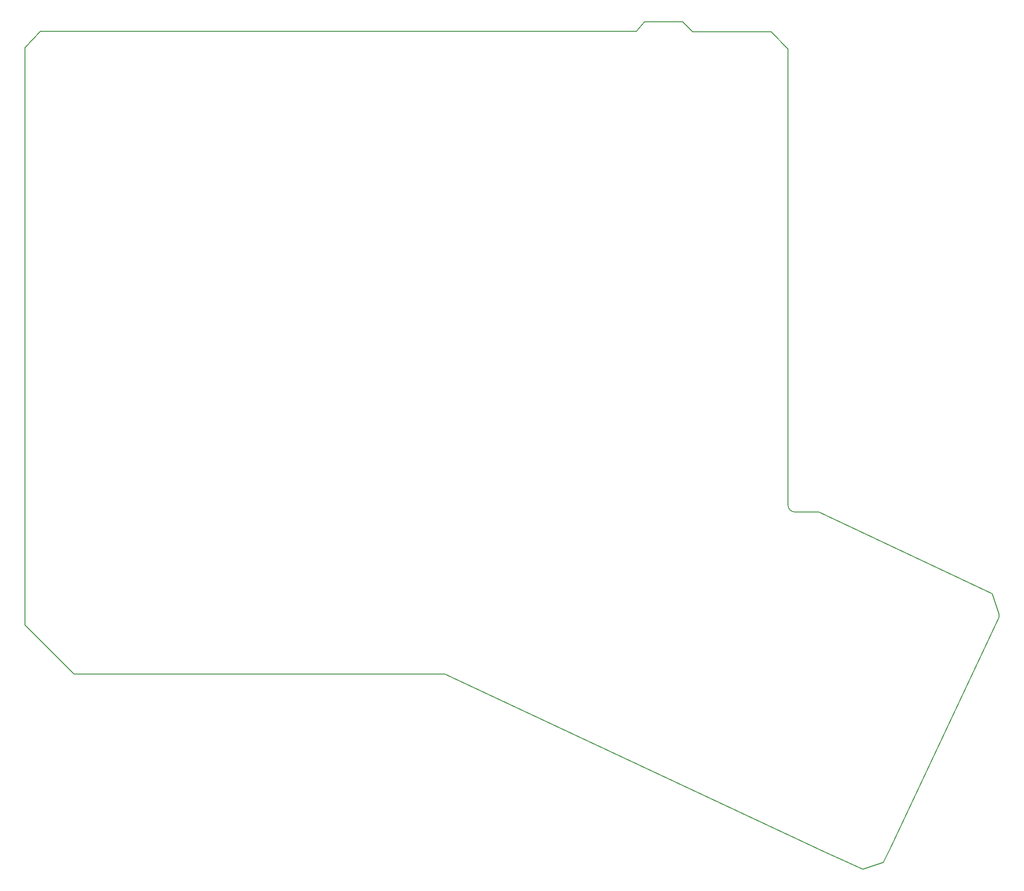
<source format=gm1>
G04 #@! TF.GenerationSoftware,KiCad,Pcbnew,(5.0.2)-1*
G04 #@! TF.CreationDate,2019-01-20T15:51:14+05:30*
G04 #@! TF.ProjectId,ErgodoxBle,4572676f-646f-4784-926c-652e6b696361,rev?*
G04 #@! TF.SameCoordinates,Original*
G04 #@! TF.FileFunction,Profile,NP*
%FSLAX46Y46*%
G04 Gerber Fmt 4.6, Leading zero omitted, Abs format (unit mm)*
G04 Created by KiCad (PCBNEW (5.0.2)-1) date 1/20/2019 3:51:14 PM*
%MOMM*%
%LPD*%
G01*
G04 APERTURE LIST*
%ADD10C,0.150000*%
G04 APERTURE END LIST*
D10*
X132080000Y-17653000D02*
X132969000Y-17653000D01*
X162560000Y-107315000D02*
G75*
G02X161290000Y-106045000I0J1270000D01*
G01*
X134493000Y-15875000D02*
X132969000Y-17653000D01*
X134493000Y-15875000D02*
X134620000Y-15875000D01*
X129413000Y-17653000D02*
X132080000Y-17653000D01*
X21844000Y-17653000D02*
X129413000Y-17653000D01*
X18923000Y-20701000D02*
X21844000Y-17653000D01*
X18923000Y-128397000D02*
X18923000Y-20701000D01*
X28067000Y-137541000D02*
X18923000Y-128397000D01*
X97282000Y-137541000D02*
X28067000Y-137541000D01*
X168275000Y-170815000D02*
X97282000Y-137541000D01*
X175260000Y-173990000D02*
X168275000Y-170815000D01*
X179070000Y-172720000D02*
X175260000Y-173990000D01*
X180340000Y-170180000D02*
X179070000Y-172720000D01*
X200660000Y-127000000D02*
X180340000Y-170180000D01*
X200660000Y-126365000D02*
X200660000Y-127000000D01*
X199390000Y-122555000D02*
X200660000Y-126365000D01*
X167005000Y-107315000D02*
X199390000Y-122555000D01*
X162560000Y-107315000D02*
X167005000Y-107315000D01*
X161290000Y-20955000D02*
X161290000Y-106045000D01*
X158115000Y-17780000D02*
X161290000Y-20955000D01*
X143510000Y-17780000D02*
X158115000Y-17780000D01*
X142240000Y-16510000D02*
X143510000Y-17780000D01*
X141605000Y-15875000D02*
X142240000Y-16510000D01*
X134620000Y-15875000D02*
X141605000Y-15875000D01*
M02*

</source>
